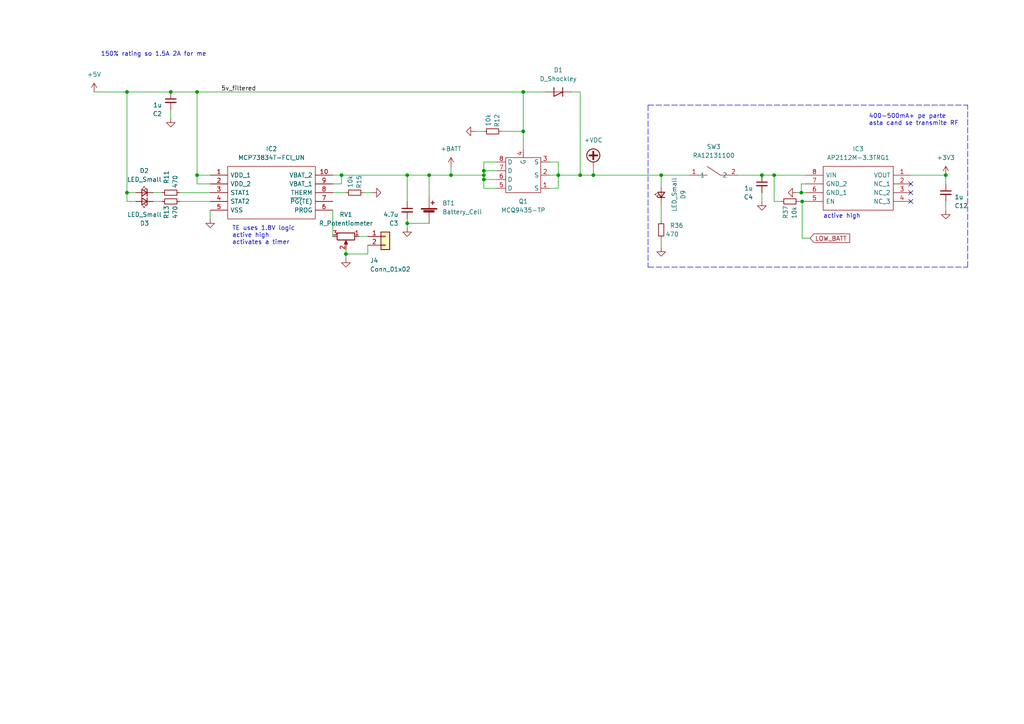
<source format=kicad_sch>
(kicad_sch (version 20211123) (generator eeschema)
  (paper "A4")
  (title_block (title "ESP32 audio power meter SD dataloger") (rev "1"))
  (lib_symbols
    (symbol "Connector_Generic:Conn_01x02" (pin_names (offset 1.016) hide)
      (property "Reference" "J" (at 0 2.54 0))
      (property "Value" "Conn_01x02" (at 0 -5.08 0))
      (symbol "Conn_01x02_1_1"
        (rectangle (start -1.27 -2.413) (end 0 -2.667) (stroke (width 0.1524)))
        (rectangle (start -1.27 0.127) (end 0 -0.127) (stroke (width 0.1524)))
        (rectangle (start -1.27 1.27) (end 1.27 -3.81) (stroke (width 0.254)) (fill (type background)))
        (pin passive line (at -5.08 0 0) (length 3.81) (name "Pin_1") (number "1"))
        (pin passive line (at -5.08 -2.54 0) (length 3.81) (name "Pin_2") (number "2"))
      )
    )
    (symbol "Device:Battery_Cell" (pin_numbers hide) (pin_names (offset 0) hide)
      (property "Reference" "BT" (at 2.54 2.54 0))
      (property "Value" "Battery_Cell" (at 2.54 0 0))
      (symbol "Battery_Cell_0_1"
        (rectangle (start -2.286 1.778) (end 2.286 1.524) (fill (type outline)))
        (rectangle (start -1.5748 1.1938) (end 1.4732 0.6858) (fill (type outline)))
        (polyline (pts (xy 0 0.762) (xy 0 0)))
        (polyline (pts (xy 0 1.778) (xy 0 2.54)))
        (polyline (pts (xy 0.508 3.429) (xy 1.524 3.429)) (stroke (width 0.254)))
        (polyline (pts (xy 1.016 3.937) (xy 1.016 2.921)) (stroke (width 0.254)))
      )
      (symbol "Battery_Cell_1_1"
        (pin passive line (at 0 5.08 270) (length 2.54) (name "+") (number "1"))
        (pin passive line (at 0 -2.54 90) (length 2.54) (name "-") (number "2"))
      )
    )
    (symbol "Device:C_Small" (pin_numbers hide) (pin_names (offset 0.254) hide)
      (property "Reference" "C" (at 0.254 1.778 0))
      (property "Value" "C_Small" (at 0.254 -2.032 0))
      (symbol "C_Small_0_1"
        (polyline (pts (xy -1.524 -0.508) (xy 1.524 -0.508)) (stroke (width 0.3302)))
        (polyline (pts (xy -1.524 0.508) (xy 1.524 0.508)) (stroke (width 0.3048)))
      )
      (symbol "C_Small_1_1"
        (pin passive line (at 0 2.54 270) (length 2.032) (name "~") (number "1"))
        (pin passive line (at 0 -2.54 90) (length 2.032) (name "~") (number "2"))
      )
    )
    (symbol "Device:D_Shockley" (pin_numbers hide) (pin_names (offset 1.016) hide)
      (property "Reference" "D" (at 0 2.54 0))
      (property "Value" "D_Shockley" (at 0 -2.54 0))
      (symbol "D_Shockley_0_1"
        (polyline (pts (xy -1.27 0) (xy 1.27 0)))
        (polyline (pts (xy -1.27 1.27) (xy -1.27 -1.27)) (stroke (width 0.254)))
        (polyline (pts (xy -1.27 0) (xy 1.27 1.27) (xy 1.27 -1.27)) (stroke (width 0.254)))
      )
      (symbol "D_Shockley_1_1"
        (pin passive line (at -3.81 0 0) (length 2.54) (name "K") (number "1"))
        (pin passive line (at 3.81 0 180) (length 2.54) (name "A") (number "2"))
      )
    )
    (symbol "Device:LED_Small" (pin_numbers hide) (pin_names (offset 0.254) hide)
      (property "Reference" "D" (at -1.27 3.175 0))
      (property "Value" "LED_Small" (at -4.445 -2.54 0))
      (symbol "LED_Small_0_1"
        (polyline (pts (xy -0.762 -1.016) (xy -0.762 1.016)) (stroke (width 0.254)))
        (polyline (pts (xy 1.016 0) (xy -0.762 0)))
        (polyline (pts (xy 0.762 -1.016) (xy -0.762 0) (xy 0.762 1.016) (xy 0.762 -1.016)) (stroke (width 0.254)))
        (polyline (pts (xy 0 0.762) (xy -0.508 1.27) (xy -0.254 1.27) (xy -0.508 1.27) (xy -0.508 1.016)))
        (polyline (pts (xy 0.508 1.27) (xy 0 1.778) (xy 0.254 1.778) (xy 0 1.778) (xy 0 1.524)))
      )
      (symbol "LED_Small_1_1"
        (pin passive line (at -2.54 0 0) (length 1.778) (name "K") (number "1"))
        (pin passive line (at 2.54 0 180) (length 1.778) (name "A") (number "2"))
      )
    )
    (symbol "Device:R_Potentiometer" (pin_names (offset 1.016) hide)
      (property "Reference" "RV" (at -4.445 0 90))
      (property "Value" "R_Potentiometer" (at -2.54 0 90))
      (symbol "R_Potentiometer_0_1"
        (polyline (pts (xy 2.54 0) (xy 1.524 0)))
        (polyline (pts (xy 1.143 0) (xy 2.286 0.508) (xy 2.286 -0.508) (xy 1.143 0)) (fill (type outline)))
        (rectangle (start 1.016 2.54) (end -1.016 -2.54) (stroke (width 0.254)))
      )
      (symbol "R_Potentiometer_1_1"
        (pin passive line (at 0 3.81 270) (length 1.27) (name "1") (number "1"))
        (pin passive line (at 3.81 0 180) (length 1.27) (name "2") (number "2"))
        (pin passive line (at 0 -3.81 90) (length 1.27) (name "3") (number "3"))
      )
    )
    (symbol "Device:R_Small" (pin_numbers hide) (pin_names (offset 0.254) hide)
      (property "Reference" "R" (at 0.762 0.508 0))
      (property "Value" "R_Small" (at 0.762 -1.016 0))
      (symbol "R_Small_0_1"
        (rectangle (start -0.762 1.778) (end 0.762 -1.778) (stroke (width 0.2032)))
      )
      (symbol "R_Small_1_1"
        (pin passive line (at 0 2.54 270) (length 0.762) (name "~") (number "1"))
        (pin passive line (at 0 -2.54 90) (length 0.762) (name "~") (number "2"))
      )
    )
    (symbol "My_custom_lib:MCQ9435-TP"
      (property "Reference" "Q" (at -6.35 10.16 0))
      (property "Value" "MCQ9435-TP" (at -5.08 7.62 0))
      (symbol "MCQ9435-TP_0_1"
        (rectangle (start -12.7 6.35) (end -2.54 -3.81))
      )
      (symbol "MCQ9435-TP_1_1"
        (pin input line (at -15.24 5.08 0) (length 2.54) (name "S") (number "1"))
        (pin input line (at -15.24 1.27 0) (length 2.54) (name "S") (number "2"))
        (pin input line (at -15.24 -2.54 0) (length 2.54) (name "S") (number "3"))
        (pin input line (at -7.62 -6.35 90) (length 2.54) (name "G") (number "4"))
        (pin output line (at 0 5.08 180) (length 2.54) (name "D") (number "5"))
        (pin output line (at 0 2.54 180) (length 2.54) (name "D") (number "6"))
        (pin output line (at 0 0 180) (length 2.54) (name "D") (number "7"))
        (pin output line (at 0 -2.54 180) (length 2.54) (name "D") (number "8"))
      )
    )
    (symbol "My_custom_lib:RA12131100"
      (property "Reference" "SW" (at 0 0 0))
      (property "Value" "RA12131100" (at 0 0 0))
      (symbol "RA12131100_0_1"
        (polyline (pts (xy -1.27 -2.54) (xy -5.08 0)))
        (polyline (pts (xy 1.27 -2.54) (xy -1.27 -2.54)))
        (polyline (pts (xy -7.62 -2.54) (xy -6.35 -2.54) (xy -5.08 -2.54)))
      )
      (symbol "RA12131100_1_1"
        (pin input line (at -10.16 -2.54 0) (length 2.54) (name "1") (number "1"))
        (pin input line (at 3.81 -2.54 180) (length 2.54) (name "2") (number "2"))
      )
    )
    (symbol "SamacSys_Parts:AP2112M-3.3TRG1" (pin_names (offset 0.762))
      (property "Reference" "IC" (at 26.67 7.62 0))
      (property "Value" "AP2112M-3.3TRG1" (at 26.67 5.08 0))
      (symbol "AP2112M-3.3TRG1_0_0"
        (pin passive line (at 0 0 0) (length 5.08) (name "VOUT") (number "1"))
        (pin passive line (at 0 -2.54 0) (length 5.08) (name "NC_1") (number "2"))
        (pin passive line (at 0 -5.08 0) (length 5.08) (name "NC_2") (number "3"))
        (pin passive line (at 0 -7.62 0) (length 5.08) (name "NC_3") (number "4"))
        (pin passive line (at 30.48 -7.62 180) (length 5.08) (name "EN") (number "5"))
        (pin passive line (at 30.48 -5.08 180) (length 5.08) (name "GND_1") (number "6"))
        (pin passive line (at 30.48 -2.54 180) (length 5.08) (name "GND_2") (number "7"))
        (pin passive line (at 30.48 0 180) (length 5.08) (name "VIN") (number "8"))
      )
      (symbol "AP2112M-3.3TRG1_0_1"
        (polyline (pts (xy 5.08 2.54) (xy 25.4 2.54) (xy 25.4 -10.16) (xy 5.08 -10.16) (xy 5.08 2.54)) (stroke (width 0.1524)))
      )
    )
    (symbol "SamacSys_Parts:MCP73834T-FCI_UN" (pin_names (offset 0.762))
      (property "Reference" "IC" (at 31.75 7.62 0))
      (property "Value" "MCP73834T-FCI_UN" (at 31.75 5.08 0))
      (symbol "MCP73834T-FCI_UN_0_0"
        (pin passive line (at 0 0 0) (length 5.08) (name "VDD_1") (number "1"))
        (pin passive line (at 35.56 0 180) (length 5.08) (name "VBAT_2") (number "10"))
        (pin passive line (at 0 -2.54 0) (length 5.08) (name "VDD_2") (number "2"))
        (pin passive line (at 0 -5.08 0) (length 5.08) (name "STAT1") (number "3"))
        (pin passive line (at 0 -7.62 0) (length 5.08) (name "STAT2") (number "4"))
        (pin passive line (at 0 -10.16 0) (length 5.08) (name "VSS") (number "5"))
        (pin passive line (at 35.56 -10.16 180) (length 5.08) (name "PROG") (number "6"))
        (pin passive line (at 35.56 -7.62 180) (length 5.08) (name "~{PG(}TE)") (number "7"))
        (pin passive line (at 35.56 -5.08 180) (length 5.08) (name "THERM") (number "8"))
        (pin passive line (at 35.56 -2.54 180) (length 5.08) (name "VBAT_1") (number "9"))
      )
      (symbol "MCP73834T-FCI_UN_0_1"
        (polyline (pts (xy 5.08 2.54) (xy 30.48 2.54) (xy 30.48 -12.7) (xy 5.08 -12.7) (xy 5.08 2.54)) (stroke (width 0.1524)))
      )
    )
    (symbol "power:+3.3V" (power) (pin_names (offset 0))
      (property "Value" "+3.3V" (at 0 3.556 0))
      (symbol "+3.3V_0_1"
        (polyline (pts (xy -0.762 1.27) (xy 0 2.54)))
        (polyline (pts (xy 0 0) (xy 0 2.54)))
        (polyline (pts (xy 0 2.54) (xy 0.762 1.27)))
      )
      (symbol "+3.3V_1_1"
        (pin power_in line (at 0 0 90) (length 0) hide (name "+3V3") (number "1"))
      )
    )
    (symbol "power:+5V" (power) (pin_names (offset 0))
      (property "Value" "+5V" (at 0 3.556 0))
      (symbol "+5V_0_1"
        (polyline (pts (xy -0.762 1.27) (xy 0 2.54)))
        (polyline (pts (xy 0 0) (xy 0 2.54)))
        (polyline (pts (xy 0 2.54) (xy 0.762 1.27)))
      )
      (symbol "+5V_1_1"
        (pin power_in line (at 0 0 90) (length 0) hide (name "+5V") (number "1"))
      )
    )
    (symbol "power:+BATT" (power) (pin_names (offset 0))
      (property "Value" "+BATT" (at 0 3.556 0))
      (symbol "+BATT_0_1"
        (polyline (pts (xy -0.762 1.27) (xy 0 2.54)))
        (polyline (pts (xy 0 0) (xy 0 2.54)))
        (polyline (pts (xy 0 2.54) (xy 0.762 1.27)))
      )
      (symbol "+BATT_1_1"
        (pin power_in line (at 0 0 90) (length 0) hide (name "+BATT") (number "1"))
      )
    )
    (symbol "power:+VDC" (power) (pin_names (offset 0))
      (property "Value" "+VDC" (at 0 6.35 0))
      (symbol "+VDC_0_1"
        (polyline (pts (xy -1.143 3.175) (xy 1.143 3.175)) (stroke (width 0.508)))
        (polyline (pts (xy 0 0) (xy 0 1.27)))
        (polyline (pts (xy 0 2.032) (xy 0 4.318)) (stroke (width 0.508)))
        (circle (center 0 3.175) (radius 1.905) (stroke (width 0.254)))
      )
      (symbol "+VDC_1_1"
        (pin power_in line (at 0 0 90) (length 0) hide (name "+VDC") (number "1"))
      )
    )
    (symbol "power:GND" (power) (pin_names (offset 0))
      (property "Value" "GND" (at 0 -3.81 0))
      (symbol "GND_0_1"
        (polyline (pts (xy 0 0) (xy 0 -1.27) (xy 1.27 -1.27) (xy 0 -2.54) (xy -1.27 -1.27) (xy 0 -1.27)))
      )
      (symbol "GND_1_1"
        (pin power_in line (at 0 0 270) (length 0) hide (name "GND") (number "1"))
      )
    )
  )
  (junction (at 161.925 50.8))
  (junction (at 232.41 55.88))
  (junction (at 168.275 50.8))
  (junction (at 49.53 26.67))
  (junction (at 36.83 55.88))
  (junction (at 220.98 50.8))
  (junction (at 100.33 73.66))
  (junction (at 118.11 50.8))
  (junction (at 140.335 52.07))
  (junction (at 140.335 50.8))
  (junction (at 232.664 58.42))
  (junction (at 99.06 50.8))
  (junction (at 151.765 26.67))
  (junction (at 224.536 50.8))
  (junction (at 140.335 49.53))
  (junction (at 57.15 26.67))
  (junction (at 57.15 50.8))
  (junction (at 118.11 64.77))
  (junction (at 172.085 50.8))
  (junction (at 151.765 38.1))
  (junction (at 36.83 26.67))
  (junction (at 274.32 50.8))
  (junction (at 124.46 50.8))
  (junction (at 130.81 50.8))
  (junction (at 191.77 50.8))
  (no_connect (at 264.16 53.34))
  (no_connect (at 264.16 55.88))
  (no_connect (at 264.16 58.42))
  (wire (pts (xy 232.41 55.88) (xy 231.14 55.88)))
  (wire (pts (xy 234.95 69.088) (xy 232.664 69.088)))
  (wire (pts (xy 118.11 63.5) (xy 118.11 64.77)))
  (wire (pts (xy 274.32 50.8) (xy 274.32 53.34)))
  (polyline (pts (xy 280.67 77.47) (xy 280.67 30.48)))
  (wire (pts (xy 274.32 58.42) (xy 274.32 60.96)))
  (wire (pts (xy 106.68 71.12) (xy 106.68 73.66)))
  (wire (pts (xy 151.765 38.1) (xy 151.765 43.18)))
  (wire (pts (xy 172.085 48.26) (xy 172.085 50.8)))
  (wire (pts (xy 99.06 50.8) (xy 96.52 50.8)))
  (wire (pts (xy 130.81 48.26) (xy 130.81 50.8)))
  (wire (pts (xy 105.41 55.88) (xy 107.95 55.88)))
  (wire (pts (xy 36.83 58.42) (xy 39.37 58.42)))
  (wire (pts (xy 220.98 50.8) (xy 224.536 50.8)))
  (wire (pts (xy 57.15 26.67) (xy 151.765 26.67)))
  (wire (pts (xy 96.52 55.88) (xy 100.33 55.88)))
  (wire (pts (xy 36.83 26.67) (xy 49.53 26.67)))
  (wire (pts (xy 151.765 26.67) (xy 151.765 38.1)))
  (wire (pts (xy 99.06 53.34) (xy 99.06 50.8)))
  (wire (pts (xy 161.925 50.8) (xy 161.925 54.61)))
  (wire (pts (xy 140.335 50.8) (xy 140.335 49.53)))
  (wire (pts (xy 233.68 53.34) (xy 232.41 53.34)))
  (wire (pts (xy 191.77 50.8) (xy 200.025 50.8)))
  (wire (pts (xy 36.83 55.88) (xy 36.83 58.42)))
  (wire (pts (xy 161.925 46.99) (xy 161.925 50.8)))
  (wire (pts (xy 168.275 50.8) (xy 172.085 50.8)))
  (wire (pts (xy 151.765 38.1) (xy 145.415 38.1)))
  (wire (pts (xy 57.15 26.67) (xy 57.15 50.8)))
  (wire (pts (xy 232.664 58.42) (xy 231.648 58.42)))
  (wire (pts (xy 140.335 52.07) (xy 140.335 50.8)))
  (wire (pts (xy 233.68 58.42) (xy 232.664 58.42)))
  (wire (pts (xy 140.335 54.61) (xy 140.335 52.07)))
  (wire (pts (xy 140.335 49.53) (xy 144.145 49.53)))
  (wire (pts (xy 44.45 58.42) (xy 46.99 58.42)))
  (wire (pts (xy 124.46 50.8) (xy 124.46 57.15)))
  (wire (pts (xy 144.145 54.61) (xy 140.335 54.61)))
  (wire (pts (xy 224.536 50.8) (xy 233.68 50.8)))
  (wire (pts (xy 191.77 59.055) (xy 191.77 64.135)))
  (wire (pts (xy 118.11 64.77) (xy 118.11 66.04)))
  (wire (pts (xy 233.68 55.88) (xy 232.41 55.88)))
  (wire (pts (xy 57.15 50.8) (xy 60.96 50.8)))
  (wire (pts (xy 140.335 49.53) (xy 140.335 46.99)))
  (wire (pts (xy 52.07 55.88) (xy 60.96 55.88)))
  (wire (pts (xy 130.81 50.8) (xy 140.335 50.8)))
  (wire (pts (xy 57.15 50.8) (xy 57.15 53.34)))
  (wire (pts (xy 151.765 26.67) (xy 158.115 26.67)))
  (wire (pts (xy 27.305 26.67) (xy 36.83 26.67)))
  (wire (pts (xy 106.68 73.66) (xy 100.33 73.66)))
  (wire (pts (xy 165.735 26.67) (xy 168.275 26.67)))
  (wire (pts (xy 191.77 69.215) (xy 191.77 71.755)))
  (wire (pts (xy 172.085 50.8) (xy 191.77 50.8)))
  (wire (pts (xy 191.77 53.975) (xy 191.77 50.8)))
  (wire (pts (xy 104.14 68.58) (xy 106.68 68.58)))
  (wire (pts (xy 124.46 50.8) (xy 130.81 50.8)))
  (wire (pts (xy 60.96 60.96) (xy 60.96 63.5)))
  (wire (pts (xy 213.995 50.8) (xy 220.98 50.8)))
  (wire (pts (xy 49.53 31.75) (xy 49.53 34.29)))
  (wire (pts (xy 49.53 26.67) (xy 57.15 26.67)))
  (wire (pts (xy 39.37 55.88) (xy 36.83 55.88)))
  (polyline (pts (xy 187.96 77.47) (xy 280.67 77.47)))
  (wire (pts (xy 264.16 50.8) (xy 274.32 50.8)))
  (wire (pts (xy 100.33 73.66) (xy 100.33 74.93)))
  (wire (pts (xy 161.925 54.61) (xy 159.385 54.61)))
  (wire (pts (xy 232.41 53.34) (xy 232.41 55.88)))
  (wire (pts (xy 118.11 50.8) (xy 124.46 50.8)))
  (wire (pts (xy 60.96 53.34) (xy 57.15 53.34)))
  (wire (pts (xy 100.33 72.39) (xy 100.33 73.66)))
  (wire (pts (xy 44.45 55.88) (xy 46.99 55.88)))
  (wire (pts (xy 159.385 46.99) (xy 161.925 46.99)))
  (wire (pts (xy 140.335 38.1) (xy 137.795 38.1)))
  (wire (pts (xy 96.52 60.96) (xy 96.52 68.58)))
  (wire (pts (xy 118.11 58.42) (xy 118.11 50.8)))
  (wire (pts (xy 168.275 26.67) (xy 168.275 50.8)))
  (wire (pts (xy 140.335 52.07) (xy 144.145 52.07)))
  (polyline (pts (xy 187.96 30.48) (xy 280.67 30.48)))
  (wire (pts (xy 96.52 53.34) (xy 99.06 53.34)))
  (wire (pts (xy 159.385 50.8) (xy 161.925 50.8)))
  (wire (pts (xy 224.536 58.42) (xy 224.536 50.8)))
  (wire (pts (xy 118.11 64.77) (xy 124.46 64.77)))
  (wire (pts (xy 52.07 58.42) (xy 60.96 58.42)))
  (wire (pts (xy 220.98 55.88) (xy 220.98 58.42)))
  (wire (pts (xy 36.83 26.67) (xy 36.83 55.88)))
  (wire (pts (xy 161.925 50.8) (xy 168.275 50.8)))
  (wire (pts (xy 232.664 58.42) (xy 232.664 69.088)))
  (wire (pts (xy 140.335 46.99) (xy 144.145 46.99)))
  (wire (pts (xy 226.568 58.42) (xy 224.536 58.42)))
  (wire (pts (xy 99.06 50.8) (xy 118.11 50.8)))
  (polyline (pts (xy 187.96 30.48) (xy 187.96 77.47)))
  (text "400-500mA+ pe parte\nasta cand se transmite RF" (at 251.968 36.576 0) (effects (font (size 1.27 1.27)) (justify left bottom)))
  (text "active high" (at 238.76 63.5 0) (effects (font (size 1.27 1.27)) (justify left bottom)))
  (text "TE uses 1.8V logic\nactive high\nactivates a timer" (at 67.31 71.12 0) (effects (font (size 1.27 1.27)) (justify left bottom)))
  (text "150% rating so 1.5A 2A for me" (at 29.21 16.51 0) (effects (font (size 1.27 1.27)) (justify left bottom)))
  (label "5v_filtered" (at 64.135 26.67 0))
  (global_label "LOW_BATT" (shape input) (at 234.95 69.088 0) (property "Intersheet References" "${INTERSHEET_REFS}" (effects hide)))
  (symbol (lib_id "power:GND") (at 274.32 60.96 0) (unit 1)
    (property "Reference" "#PWR0139" (effects hide))
    (property "Value" "GND" (effects hide))
  )
  (symbol (lib_id "Device:R_Small") (at 142.875 38.1 270) (mirror x) (unit 1)
    (property "Reference" "R12" (at 144.145 33.02 0) (effects (justify right)))
    (property "Value" "10k" (at 141.605 33.02 0) (effects (justify right)))
    (property "Footprint" "Resistor_SMD:R_0603_1608Metric_Pad0.98x0.95mm_HandSolder" (effects hide))
  )
  (symbol (lib_id "Device:R_Potentiometer") (at 100.33 68.58 270) (unit 1)
    (property "Reference" "RV1" (at 100.33 62.23 90))
    (property "Value" "R_Potentiometer" (at 100.33 64.77 90))
    (property "Footprint" "Z_mycustom_footprint_lib:2002102255" (effects hide))
  )
  (symbol (lib_id "power:GND") (at 60.96 63.5 0) (unit 1)
    (property "Reference" "#PWR0119" (effects hide))
    (property "Value" "GND" (effects hide))
  )
  (symbol (lib_id "My_custom_lib:MCQ9435-TP") (at 144.145 49.53 180) (unit 1)
    (property "Reference" "Q1" (at 151.765 58.42 0))
    (property "Value" "MCQ9435-TP" (at 151.765 60.96 0))
    (property "Footprint" "Package_SO:SOP-8_3.76x4.96mm_P1.27mm" (effects hide))
  )
  (symbol (lib_id "My_custom_lib:RA12131100") (at 210.185 48.26 0) (unit 1)
    (property "Reference" "SW3" (at 207.01 42.545 0))
    (property "Value" "RA12131100" (at 207.01 45.085 0))
    (property "Footprint" "Z_mycustom_footprint_lib:RA12131100" (effects hide))
    (property "Datasheet" "https://ro.mouser.com/ProductDetail/612-RA12131100" (effects hide))
  )
  (symbol (lib_id "Device:LED_Small") (at 191.77 56.515 90) (unit 1)
    (property "Reference" "D9" (at 198.12 56.4515 0))
    (property "Value" "LED_Small" (at 195.58 56.4515 0))
    (property "Footprint" "LED_SMD:LED_0603_1608Metric_Pad1.05x0.95mm_HandSolder" (effects hide))
  )
  (symbol (lib_id "Connector_Generic:Conn_01x02") (at 111.76 68.58 0) (unit 1)
    (property "Reference" "J4" (at 107.315 75.565 0) (effects (justify left)))
    (property "Value" "Conn_01x02" (at 107.315 78.105 0) (effects (justify left)))
    (property "Footprint" "Connector_PinHeader_2.54mm:PinHeader_1x02_P2.54mm_Vertical" (effects hide))
  )
  (symbol (lib_id "Device:R_Small") (at 49.53 58.42 90) (mirror x) (unit 1)
    (property "Reference" "R13" (at 48.26 63.5 0) (effects (justify right)))
    (property "Value" "470" (at 50.8 63.5 0) (effects (justify right)))
    (property "Footprint" "Resistor_SMD:R_0603_1608Metric_Pad0.98x0.95mm_HandSolder" (effects hide))
  )
  (symbol (lib_id "Device:Battery_Cell") (at 124.46 62.23 0) (unit 1)
    (property "Reference" "BT1" (at 128.27 58.9279 0) (effects (justify left)))
    (property "Value" "Battery_Cell" (at 128.27 61.4679 0) (effects (justify left)))
    (property "Footprint" "Connector_PinHeader_2.54mm:PinHeader_1x02_P2.54mm_Vertical" (effects hide))
  )
  (symbol (lib_id "power:GND") (at 107.95 55.88 90) (mirror x) (unit 1)
    (property "Reference" "#PWR0143" (effects hide))
    (property "Value" "GND" (effects hide))
  )
  (symbol (lib_id "Device:R_Small") (at 191.77 66.675 0) (mirror y) (unit 1)
    (property "Reference" "R36" (at 194.31 65.405 0) (effects (justify right)))
    (property "Value" "470" (at 193.04 67.945 0) (effects (justify right)))
    (property "Footprint" "Resistor_SMD:R_0603_1608Metric_Pad0.98x0.95mm_HandSolder" (effects hide))
  )
  (symbol (lib_id "SamacSys_Parts:AP2112M-3.3TRG1") (at 264.16 50.8 0) (mirror y) (unit 1)
    (property "Reference" "IC3" (at 248.92 43.18 0))
    (property "Value" "AP2112M-3.3TRG1" (at 248.92 45.72 0))
    (property "Footprint" "SamacSys_Parts:SOIC127P600X170-8N" (effects hide))
    (property "Datasheet" "https://www.diodes.com/assets/Datasheets/AP2112.pdf" (effects hide))
    (property "Description" "LDO Voltage Regulators LDO CMOS HiCurr" (effects hide))
    (property "Height" "1.7" (effects hide))
    (property "Mouser Part Number" "621-AP2112M-3.3TRG1" (effects hide))
    (property "Mouser Price/Stock" "https://www.mouser.co.uk/ProductDetail/Diodes-Incorporated/AP2112M-33TRG1?qs=5V6w%252Be2aIqa1YM8VADFBsQ%3D%3D" (effects hide))
    (property "Manufacturer_Name" "Diodes Inc." (effects hide))
    (property "Manufacturer_Part_Number" "AP2112M-3.3TRG1" (effects hide))
  )
  (symbol (lib_id "power:GND") (at 231.14 55.88 270) (unit 1)
    (property "Reference" "#PWR0137" (effects hide))
    (property "Value" "GND" (effects hide))
  )
  (symbol (lib_id "Device:C_Small") (at 220.98 53.34 0) (mirror y) (unit 1)
    (property "Reference" "C4" (at 218.44 57.15 0) (effects (justify left)))
    (property "Value" "1u" (at 218.44 54.61 0) (effects (justify left)))
    (property "Footprint" "Capacitor_SMD:C_0603_1608Metric_Pad1.08x0.95mm_HandSolder" (effects hide))
  )
  (symbol (lib_id "Device:D_Shockley") (at 161.925 26.67 180) (unit 1)
    (property "Reference" "D1" (at 161.925 20.32 0))
    (property "Value" "D_Shockley" (at 161.925 22.86 0))
    (property "Footprint" "Diode_THT:D_DO-15_P15.24mm_Horizontal" (effects hide))
  )
  (symbol (lib_id "Device:LED_Small") (at 41.91 58.42 180) (unit 1)
    (property "Reference" "D3" (at 41.91 64.77 0))
    (property "Value" "LED_Small" (at 41.91 62.23 0))
    (property "Footprint" "LED_SMD:LED_0603_1608Metric_Pad1.05x0.95mm_HandSolder" (effects hide))
  )
  (symbol (lib_id "power:GND") (at 191.77 71.755 0) (mirror y) (unit 1)
    (property "Reference" "#PWR0136" (effects hide))
    (property "Value" "GND" (effects hide))
  )
  (symbol (lib_id "power:GND") (at 220.98 58.42 0) (mirror y) (unit 1)
    (property "Reference" "#PWR0140" (effects hide))
    (property "Value" "GND" (effects hide))
  )
  (symbol (lib_id "SamacSys_Parts:MCP73834T-FCI_UN") (at 60.96 50.8 0) (unit 1)
    (property "Reference" "IC2" (at 78.74 43.18 0))
    (property "Value" "MCP73834T-FCI_UN" (at 78.74 45.72 0))
    (property "Footprint" "SamacSys_Parts:SOP50P490X110-10N" (effects hide))
    (property "Datasheet" "http://www.microchip.com/mymicrochip/filehandler.aspx?ddocname=en027983" (effects hide))
    (property "Description" "Battery Management Charge Management Controllers" (effects hide))
    (property "Height" "1.1" (effects hide))
    (property "Mouser Part Number" "579-MCP73834T-FCI/UN" (effects hide))
    (property "Mouser Price/Stock" "https://www.mouser.co.uk/ProductDetail/Microchip-Technology/MCP73834T-FCI-UN?qs=jZi1jxfVU96a9W8V17k8Cg%3D%3D" (effects hide))
    (property "Manufacturer_Name" "Microchip" (effects hide))
    (property "Manufacturer_Part_Number" "MCP73834T-FCI/UN" (effects hide))
  )
  (symbol (lib_id "Device:C_Small") (at 118.11 60.96 0) (mirror y) (unit 1)
    (property "Reference" "C3" (at 115.57 64.77 0) (effects (justify left)))
    (property "Value" "4.7u" (at 115.57 62.23 0) (effects (justify left)))
    (property "Footprint" "Capacitor_SMD:C_0603_1608Metric_Pad1.08x0.95mm_HandSolder" (effects hide))
  )
  (symbol (lib_id "power:+3.3V") (at 274.32 50.8 0) (unit 1)
    (property "Reference" "#PWR0120" (effects hide))
    (property "Value" "+3.3V" (at 274.32 45.72 0))
  )
  (symbol (lib_id "power:GND") (at 118.11 66.04 0) (mirror y) (unit 1)
    (property "Reference" "#PWR0142" (effects hide))
    (property "Value" "GND" (effects hide))
  )
  (symbol (lib_id "power:GND") (at 137.795 38.1 270) (unit 1)
    (property "Reference" "#PWR0122" (effects hide))
    (property "Value" "GND" (effects hide))
  )
  (symbol (lib_id "power:+VDC") (at 172.085 48.26 0) (unit 1)
    (property "Reference" "#PWR0118" (effects hide))
    (property "Value" "+VDC" (at 172.085 40.64 0))
  )
  (symbol (lib_id "power:GND") (at 49.53 34.29 0) (mirror y) (unit 1)
    (property "Reference" "#PWR0141" (effects hide))
    (property "Value" "GND" (effects hide))
  )
  (symbol (lib_id "Device:R_Small") (at 49.53 55.88 90) (mirror x) (unit 1)
    (property "Reference" "R11" (at 48.26 53.34 0) (effects (justify right)))
    (property "Value" "470" (at 50.8 54.61 0) (effects (justify right)))
    (property "Footprint" "Resistor_SMD:R_0603_1608Metric_Pad0.98x0.95mm_HandSolder" (effects hide))
  )
  (symbol (lib_id "power:GND") (at 100.33 74.93 0) (mirror y) (unit 1)
    (property "Reference" "#PWR0144" (effects hide))
    (property "Value" "GND" (effects hide))
  )
  (symbol (lib_id "power:+5V") (at 27.305 26.67 0) (unit 1)
    (property "Reference" "#PWR0116" (effects hide))
    (property "Value" "+5V" (at 27.305 21.59 0))
  )
  (symbol (lib_id "Device:C_Small") (at 49.53 29.21 0) (mirror y) (unit 1)
    (property "Reference" "C2" (at 46.99 33.02 0) (effects (justify left)))
    (property "Value" "1u" (at 46.99 30.48 0) (effects (justify left)))
    (property "Footprint" "Capacitor_SMD:C_0603_1608Metric_Pad1.08x0.95mm_HandSolder" (effects hide))
  )
  (symbol (lib_id "power:+BATT") (at 130.81 48.26 0) (unit 1)
    (property "Reference" "#PWR0102" (effects hide))
    (property "Value" "+BATT" (at 130.81 43.18 0))
  )
  (symbol (lib_id "Device:R_Small") (at 229.108 58.42 90) (mirror x) (unit 1)
    (property "Reference" "R37" (at 227.838 63.5 0) (effects (justify right)))
    (property "Value" "10k" (at 230.378 63.5 0) (effects (justify right)))
    (property "Footprint" "Resistor_SMD:R_0603_1608Metric_Pad0.98x0.95mm_HandSolder" (effects hide))
  )
  (symbol (lib_id "Device:C_Small") (at 274.32 55.88 0) (unit 1)
    (property "Reference" "C12" (at 276.86 59.69 0) (effects (justify left)))
    (property "Value" "1u" (at 276.86 57.15 0) (effects (justify left)))
    (property "Footprint" "Capacitor_SMD:C_0603_1608Metric_Pad1.08x0.95mm_HandSolder" (effects hide))
  )
  (symbol (lib_id "Device:R_Small") (at 102.87 55.88 270) (mirror x) (unit 1)
    (property "Reference" "R15" (at 104.14 50.8 0) (effects (justify right)))
    (property "Value" "10k" (at 101.6 50.8 0) (effects (justify right)))
    (property "Footprint" "Resistor_SMD:R_0603_1608Metric_Pad0.98x0.95mm_HandSolder" (effects hide))
  )
  (symbol (lib_id "Device:LED_Small") (at 41.91 55.88 0) (mirror y) (unit 1)
    (property "Reference" "D2" (at 41.8465 49.53 0))
    (property "Value" "LED_Small" (at 41.8465 52.07 0))
    (property "Footprint" "LED_SMD:LED_0603_1608Metric_Pad1.05x0.95mm_HandSolder" (effects hide))
  )
)
</source>
